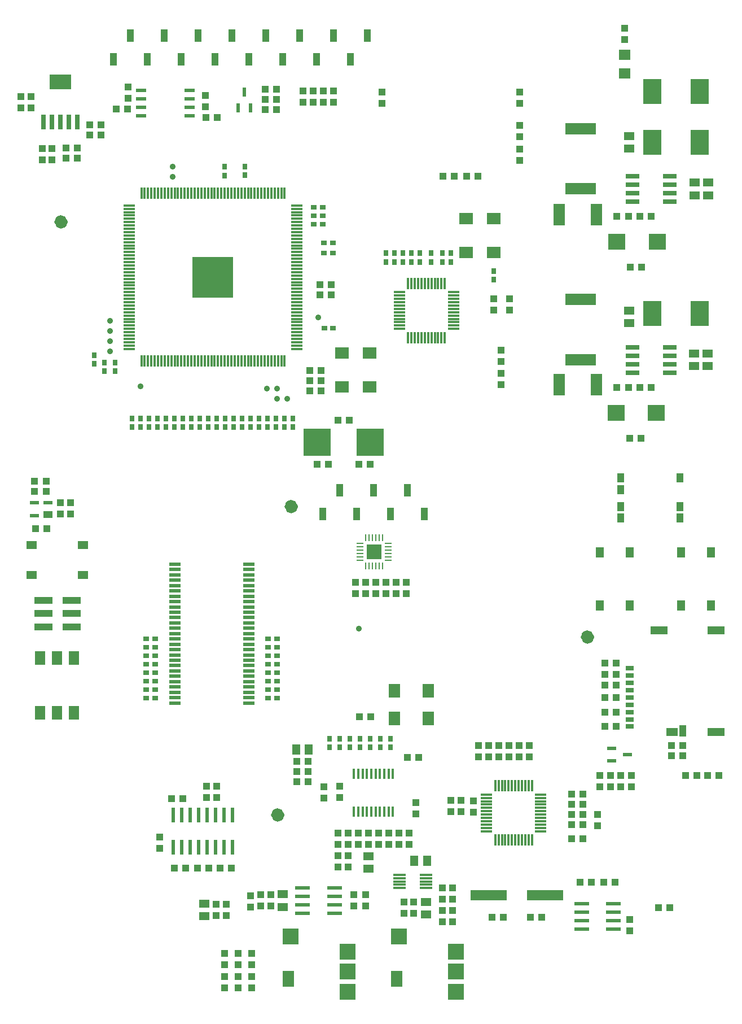
<source format=gtp>
%FSLAX42Y42*%
%MOMM*%
G71*
G01*
G75*
G04 Layer_Color=8421504*
%ADD10C,1.00*%
%ADD11C,0.25*%
%ADD12R,1.00X1.10*%
%ADD13R,0.60X2.20*%
%ADD14R,1.10X1.00*%
%ADD15C,0.90*%
%ADD16R,2.00X1.80*%
%ADD17R,4.10X4.10*%
%ADD18R,1.55X1.30*%
%ADD19R,1.50X2.15*%
%ADD20R,2.30X2.30*%
%ADD21R,0.25X1.00*%
%ADD22R,1.00X0.25*%
%ADD23R,2.20X0.60*%
%ADD24R,0.30X1.75*%
%ADD25R,1.75X0.30*%
%ADD26R,6.20X6.20*%
%ADD27R,1.35X0.60*%
%ADD28R,1.35X1.00*%
%ADD29R,1.40X0.60*%
%ADD30R,1.50X0.60*%
%ADD31R,1.85X0.35*%
%ADD32R,0.35X1.55*%
%ADD33R,1.80X0.30*%
%ADD34R,0.30X1.80*%
%ADD35R,2.03X0.66*%
%ADD36R,2.75X1.00*%
%ADD37R,1.02X1.91*%
%ADD38R,2.45X2.40*%
%ADD39R,1.80X2.40*%
%ADD40R,1.70X0.50*%
%ADD41R,2.79X3.81*%
%ADD42R,4.60X1.80*%
%ADD43R,1.80X1.60*%
%ADD44R,2.55X2.45*%
%ADD45R,1.50X1.30*%
%ADD46R,1.80X3.20*%
%ADD47R,3.30X2.20*%
%ADD48R,0.65X2.20*%
%ADD49R,5.50X1.50*%
%ADD50R,1.80X2.00*%
%ADD51R,1.30X1.50*%
%ADD52R,0.70X0.90*%
%ADD53R,0.90X0.70*%
%ADD54R,1.00X1.40*%
%ADD55R,1.30X1.55*%
%ADD56R,0.60X1.40*%
%ADD57R,2.50X1.30*%
%ADD58R,1.00X1.70*%
%ADD59R,1.70X1.30*%
%ADD60R,1.20X0.80*%
%ADD61C,0.51*%
%ADD62C,0.64*%
%ADD63C,1.02*%
%ADD64C,2.50*%
%ADD65R,2.50X2.50*%
%ADD66C,3.30*%
%ADD67C,1.80*%
%ADD68R,1.80X1.80*%
%ADD69R,4.00X2.00*%
%ADD70R,2.00X4.00*%
%ADD71R,4.50X2.00*%
%ADD72C,3.50*%
%ADD73C,1.60*%
%ADD74C,1.90*%
%ADD75C,1.40*%
%ADD76C,2.40*%
%ADD77C,1.52*%
%ADD78C,0.60*%
%ADD79C,0.66*%
%ADD80C,4.00*%
%ADD81C,0.76*%
%ADD82C,2.52*%
%ADD83C,4.32*%
%ADD84C,2.12*%
%ADD85O,4.52X2.02*%
%ADD86C,2.02*%
%ADD87C,2.92*%
%ADD88C,2.42*%
%ADD89C,1.92*%
%ADD90C,1.32*%
%ADD91C,1.82*%
%ADD92C,3.52*%
%ADD93C,3.32*%
%ADD94O,4.02X2.02*%
%ADD95O,2.02X4.02*%
%ADD96C,2.73*%
%ADD97C,1.35*%
%ADD98R,1.80X1.25*%
%ADD99C,0.10*%
%ADD100C,0.25*%
%ADD101C,0.20*%
%ADD102C,0.60*%
%ADD103C,0.13*%
%ADD104C,0.03*%
%ADD105C,0.10*%
%ADD106C,0.55*%
%ADD107C,0.15*%
%ADD108R,1.42X0.36*%
%ADD109R,0.36X1.42*%
%ADD110R,2.51X8.92*%
D10*
X863Y11836D02*
G03*
X863Y11836I-50J0D01*
G01*
X4114Y2946D02*
G03*
X4114Y2946I-50J0D01*
G01*
X8762Y5613D02*
G03*
X8762Y5613I-50J0D01*
G01*
X4317Y7569D02*
G03*
X4317Y7569I-50J0D01*
G01*
D12*
X3670Y869D02*
D03*
Y699D02*
D03*
X3467Y869D02*
D03*
Y699D02*
D03*
X3264Y869D02*
D03*
Y699D02*
D03*
Y526D02*
D03*
Y356D02*
D03*
X3467Y526D02*
D03*
Y356D02*
D03*
X3670Y526D02*
D03*
Y356D02*
D03*
X7544Y10513D02*
D03*
Y10683D02*
D03*
X2995Y3379D02*
D03*
X3147D02*
D03*
X7696Y13284D02*
D03*
Y13114D02*
D03*
Y12758D02*
D03*
Y12928D02*
D03*
X7419Y9400D02*
D03*
Y9570D02*
D03*
Y9913D02*
D03*
Y9743D02*
D03*
X7696Y13611D02*
D03*
X5634Y13616D02*
D03*
X7309Y10683D02*
D03*
Y10513D02*
D03*
X3147Y3209D02*
D03*
X2995D02*
D03*
X2296Y2617D02*
D03*
Y2447D02*
D03*
X9368Y3367D02*
D03*
Y3537D02*
D03*
X8898D02*
D03*
Y3367D02*
D03*
X9215Y3537D02*
D03*
Y3367D02*
D03*
X9063Y3537D02*
D03*
Y3367D02*
D03*
X2980Y13734D02*
D03*
Y13564D02*
D03*
X1816Y13691D02*
D03*
Y13861D02*
D03*
X4903Y13801D02*
D03*
Y13631D02*
D03*
X4445Y13801D02*
D03*
Y13631D02*
D03*
X4598Y13631D02*
D03*
Y13801D02*
D03*
X4750Y13631D02*
D03*
Y13801D02*
D03*
X5385Y6265D02*
D03*
Y6435D02*
D03*
X5537Y6265D02*
D03*
Y6435D02*
D03*
X5690Y6265D02*
D03*
Y6435D02*
D03*
X5842Y6265D02*
D03*
Y6435D02*
D03*
X5232Y6265D02*
D03*
Y6435D02*
D03*
X960Y7626D02*
D03*
Y7456D02*
D03*
X808Y7626D02*
D03*
Y7456D02*
D03*
X9271Y14571D02*
D03*
Y14741D02*
D03*
X681Y12940D02*
D03*
Y12770D02*
D03*
X366Y13717D02*
D03*
Y13547D02*
D03*
X213Y13717D02*
D03*
Y13547D02*
D03*
X529Y12940D02*
D03*
Y12770D02*
D03*
X8865Y2952D02*
D03*
Y2782D02*
D03*
X7839Y3819D02*
D03*
Y3989D02*
D03*
X7686Y3819D02*
D03*
Y3989D02*
D03*
X7534Y3819D02*
D03*
Y3989D02*
D03*
X7381Y3819D02*
D03*
Y3989D02*
D03*
X7229Y3819D02*
D03*
Y3989D02*
D03*
X7076Y3819D02*
D03*
Y3989D02*
D03*
X9346Y1209D02*
D03*
Y1379D02*
D03*
X6998Y2991D02*
D03*
Y3161D02*
D03*
X6813Y2996D02*
D03*
Y3166D02*
D03*
X6660Y2996D02*
D03*
Y3166D02*
D03*
X5207Y1579D02*
D03*
Y1749D02*
D03*
X5118Y2506D02*
D03*
Y2676D02*
D03*
Y2163D02*
D03*
Y2333D02*
D03*
X4966Y2506D02*
D03*
Y2676D02*
D03*
Y2163D02*
D03*
Y2333D02*
D03*
X3137Y1609D02*
D03*
Y1439D02*
D03*
X3289Y1609D02*
D03*
Y1439D02*
D03*
X3658Y1736D02*
D03*
Y1566D02*
D03*
X3962Y1579D02*
D03*
Y1749D02*
D03*
X3810Y1579D02*
D03*
Y1749D02*
D03*
X5271Y2506D02*
D03*
Y2676D02*
D03*
X6689Y1687D02*
D03*
Y1857D02*
D03*
X5423Y2506D02*
D03*
Y2676D02*
D03*
X6537Y1687D02*
D03*
Y1857D02*
D03*
Y1344D02*
D03*
Y1514D02*
D03*
X6689Y1514D02*
D03*
Y1344D02*
D03*
X5575Y2506D02*
D03*
Y2676D02*
D03*
X6033D02*
D03*
Y2506D02*
D03*
X5880Y2676D02*
D03*
Y2506D02*
D03*
X5728Y2676D02*
D03*
Y2506D02*
D03*
X6108Y1638D02*
D03*
Y1468D02*
D03*
X5956Y1638D02*
D03*
Y1468D02*
D03*
X4757Y3372D02*
D03*
Y3202D02*
D03*
X6134Y3133D02*
D03*
Y2963D02*
D03*
X5994Y6435D02*
D03*
Y6265D02*
D03*
X7696Y13781D02*
D03*
X5634Y13786D02*
D03*
X4991Y3374D02*
D03*
Y3204D02*
D03*
X5385Y1749D02*
D03*
Y1579D02*
D03*
D13*
X2753Y2943D02*
D03*
X2880D02*
D03*
X2499Y2463D02*
D03*
X2626D02*
D03*
X2753D02*
D03*
X2880D02*
D03*
X3007D02*
D03*
X3134D02*
D03*
X3261D02*
D03*
X3388D02*
D03*
X2499Y2943D02*
D03*
X2626D02*
D03*
X3007D02*
D03*
X3134D02*
D03*
X3261D02*
D03*
X3388D02*
D03*
D14*
X7068Y12517D02*
D03*
X6898D02*
D03*
X6542D02*
D03*
X6712D02*
D03*
X9948Y1560D02*
D03*
X9778D02*
D03*
X2475Y3192D02*
D03*
X2645D02*
D03*
X2859Y2151D02*
D03*
X3029D02*
D03*
X2516D02*
D03*
X2686D02*
D03*
X3202D02*
D03*
X3372D02*
D03*
X10181Y3537D02*
D03*
X10350D02*
D03*
X10682D02*
D03*
X10512D02*
D03*
X1642Y13526D02*
D03*
X1812D02*
D03*
X3158Y13399D02*
D03*
X2988D02*
D03*
X4698Y10894D02*
D03*
X4868D02*
D03*
X4868Y10742D02*
D03*
X4698D02*
D03*
X588Y7795D02*
D03*
X418D02*
D03*
X4542Y9608D02*
D03*
X4712D02*
D03*
X4967Y8862D02*
D03*
X5137D02*
D03*
X4712Y9303D02*
D03*
X4542D02*
D03*
X4712Y9455D02*
D03*
X4542D02*
D03*
X588Y7948D02*
D03*
X418D02*
D03*
X4652Y8202D02*
D03*
X4822D02*
D03*
X5452D02*
D03*
X5282D02*
D03*
X431Y7236D02*
D03*
X601D02*
D03*
X9669Y11923D02*
D03*
X9499D02*
D03*
X9527Y11161D02*
D03*
X9357D02*
D03*
X9326Y11923D02*
D03*
X9156D02*
D03*
X9669Y9357D02*
D03*
X9499D02*
D03*
X9514Y8595D02*
D03*
X9344D02*
D03*
X9326Y9357D02*
D03*
X9156D02*
D03*
X889Y12789D02*
D03*
X1059D02*
D03*
X1414Y13294D02*
D03*
X1244D02*
D03*
X1244Y13142D02*
D03*
X1414D02*
D03*
X1059Y12941D02*
D03*
X889D02*
D03*
X8647Y2952D02*
D03*
X8477D02*
D03*
X8647Y3104D02*
D03*
X8477D02*
D03*
X8602Y1938D02*
D03*
X8772D02*
D03*
X8957D02*
D03*
X9127D02*
D03*
X8647Y2586D02*
D03*
X8477D02*
D03*
X8028Y1415D02*
D03*
X7858D02*
D03*
X7279D02*
D03*
X7449D02*
D03*
X8647Y3257D02*
D03*
X8477D02*
D03*
X8477Y2799D02*
D03*
X8647D02*
D03*
X6181Y3810D02*
D03*
X6011D02*
D03*
X5457Y4417D02*
D03*
X5287D02*
D03*
X4351Y3442D02*
D03*
X4521D02*
D03*
X4351Y3747D02*
D03*
X4521D02*
D03*
X4351Y3594D02*
D03*
X4521D02*
D03*
X8970Y5220D02*
D03*
X9140D02*
D03*
X4047Y13825D02*
D03*
X3877D02*
D03*
X4047Y13520D02*
D03*
X3877D02*
D03*
X4047Y13672D02*
D03*
X3877D02*
D03*
X8970Y5055D02*
D03*
X9140D02*
D03*
X9975Y3988D02*
D03*
X10145D02*
D03*
Y3835D02*
D03*
X9975D02*
D03*
X9140Y4890D02*
D03*
X8970D02*
D03*
X9140Y4705D02*
D03*
X8970D02*
D03*
X9140Y4485D02*
D03*
X8970D02*
D03*
X9140Y4275D02*
D03*
X8970D02*
D03*
D15*
X2489Y12662D02*
D03*
Y12510D02*
D03*
X4674Y10401D02*
D03*
X4051Y9335D02*
D03*
Y9182D02*
D03*
X4204D02*
D03*
X3899Y9335D02*
D03*
X1550Y10356D02*
D03*
Y10203D02*
D03*
Y10051D02*
D03*
Y9899D02*
D03*
X2007Y9373D02*
D03*
X5283Y5740D02*
D03*
D16*
X6889Y11882D02*
D03*
Y11374D02*
D03*
X7309D02*
D03*
Y11882D02*
D03*
X5447Y9362D02*
D03*
Y9870D02*
D03*
X5027D02*
D03*
Y9362D02*
D03*
D17*
X5452Y8532D02*
D03*
X4652D02*
D03*
D18*
X376Y6995D02*
D03*
X1146Y6993D02*
D03*
Y6545D02*
D03*
X376D02*
D03*
D19*
X1011Y4476D02*
D03*
X757D02*
D03*
X503D02*
D03*
Y5301D02*
D03*
X757D02*
D03*
X1011D02*
D03*
D20*
X5512Y6891D02*
D03*
D21*
X5637Y6675D02*
D03*
X5587D02*
D03*
X5487D02*
D03*
X5387D02*
D03*
Y7106D02*
D03*
X5437D02*
D03*
X5487D02*
D03*
X5537D02*
D03*
X5587D02*
D03*
X5637D02*
D03*
X5437Y6675D02*
D03*
X5537D02*
D03*
D22*
X5296Y6816D02*
D03*
Y6866D02*
D03*
Y6916D02*
D03*
Y6966D02*
D03*
Y7016D02*
D03*
X5727D02*
D03*
Y6966D02*
D03*
Y6916D02*
D03*
Y6866D02*
D03*
Y6816D02*
D03*
Y6766D02*
D03*
X5296D02*
D03*
D23*
X9104Y1231D02*
D03*
Y1358D02*
D03*
Y1485D02*
D03*
Y1612D02*
D03*
X8624Y1231D02*
D03*
Y1358D02*
D03*
Y1485D02*
D03*
Y1612D02*
D03*
X4435Y1854D02*
D03*
Y1727D02*
D03*
Y1600D02*
D03*
Y1473D02*
D03*
X4915Y1854D02*
D03*
Y1727D02*
D03*
Y1600D02*
D03*
Y1473D02*
D03*
D24*
X4169Y12266D02*
D03*
X4119D02*
D03*
X4069D02*
D03*
X4019D02*
D03*
X3919D02*
D03*
X3869D02*
D03*
X3819D02*
D03*
X3769D02*
D03*
X3719D02*
D03*
X3669D02*
D03*
X3619D02*
D03*
X3569D02*
D03*
X3519D02*
D03*
X3469D02*
D03*
X3419D02*
D03*
X3369D02*
D03*
X3319D02*
D03*
X3269D02*
D03*
X3219D02*
D03*
X3169D02*
D03*
X3119D02*
D03*
X3069D02*
D03*
X3019D02*
D03*
X2969D02*
D03*
X2919D02*
D03*
X2869D02*
D03*
X2819D02*
D03*
X2769D02*
D03*
X2719D02*
D03*
X2669D02*
D03*
X2619D02*
D03*
X2569D02*
D03*
X2519D02*
D03*
X2469D02*
D03*
X2419D02*
D03*
X2369D02*
D03*
X2319D02*
D03*
X2269D02*
D03*
X2219D02*
D03*
X2169D02*
D03*
X2119D02*
D03*
X2069D02*
D03*
X2019D02*
D03*
Y9751D02*
D03*
X2069D02*
D03*
X2119D02*
D03*
X2219D02*
D03*
X2269D02*
D03*
X2319D02*
D03*
X2369D02*
D03*
X2419D02*
D03*
X2469D02*
D03*
X2519D02*
D03*
X2569D02*
D03*
X2619D02*
D03*
X2669D02*
D03*
X2719D02*
D03*
X2769D02*
D03*
X2819D02*
D03*
X2869D02*
D03*
X2919D02*
D03*
X2969D02*
D03*
X3019D02*
D03*
X3069D02*
D03*
X3119D02*
D03*
X3169D02*
D03*
X3219D02*
D03*
X3269D02*
D03*
X3319D02*
D03*
X3369D02*
D03*
X3419D02*
D03*
X3469D02*
D03*
X3519D02*
D03*
X3569D02*
D03*
X3619D02*
D03*
X3669D02*
D03*
X3719D02*
D03*
X3769D02*
D03*
X3819D02*
D03*
X3869D02*
D03*
X3919D02*
D03*
X3969D02*
D03*
X4019D02*
D03*
X4069D02*
D03*
X4119D02*
D03*
X4169D02*
D03*
X2169D02*
D03*
X3969Y12266D02*
D03*
D25*
X1836Y12083D02*
D03*
Y12033D02*
D03*
Y11983D02*
D03*
Y11933D02*
D03*
Y11883D02*
D03*
Y11833D02*
D03*
Y11783D02*
D03*
Y11733D02*
D03*
Y11683D02*
D03*
Y11633D02*
D03*
Y11583D02*
D03*
Y11533D02*
D03*
Y11483D02*
D03*
Y11433D02*
D03*
Y11383D02*
D03*
Y11333D02*
D03*
Y11283D02*
D03*
Y11233D02*
D03*
Y11183D02*
D03*
Y11133D02*
D03*
Y11083D02*
D03*
Y11033D02*
D03*
Y10983D02*
D03*
Y10933D02*
D03*
Y10883D02*
D03*
Y10833D02*
D03*
Y10783D02*
D03*
Y10733D02*
D03*
Y10683D02*
D03*
Y10633D02*
D03*
Y10583D02*
D03*
Y10533D02*
D03*
Y10483D02*
D03*
Y10433D02*
D03*
Y10383D02*
D03*
Y10233D02*
D03*
Y10183D02*
D03*
Y10033D02*
D03*
Y9983D02*
D03*
Y9933D02*
D03*
X4351D02*
D03*
Y9983D02*
D03*
Y10033D02*
D03*
Y10083D02*
D03*
Y10133D02*
D03*
Y10183D02*
D03*
Y10233D02*
D03*
Y10283D02*
D03*
Y10333D02*
D03*
Y10383D02*
D03*
Y10433D02*
D03*
Y10483D02*
D03*
Y10533D02*
D03*
Y10583D02*
D03*
Y10633D02*
D03*
Y10683D02*
D03*
Y10733D02*
D03*
Y10783D02*
D03*
Y10833D02*
D03*
Y10883D02*
D03*
Y10933D02*
D03*
Y10983D02*
D03*
Y11033D02*
D03*
Y11083D02*
D03*
Y11133D02*
D03*
Y11183D02*
D03*
Y11233D02*
D03*
Y11283D02*
D03*
Y11333D02*
D03*
Y11383D02*
D03*
Y11433D02*
D03*
Y11483D02*
D03*
Y11533D02*
D03*
Y11583D02*
D03*
Y11633D02*
D03*
Y11683D02*
D03*
Y11733D02*
D03*
Y11783D02*
D03*
Y11833D02*
D03*
Y11883D02*
D03*
Y11933D02*
D03*
Y11983D02*
D03*
Y12033D02*
D03*
Y12083D02*
D03*
X1836Y10333D02*
D03*
Y10283D02*
D03*
Y10133D02*
D03*
Y10083D02*
D03*
D26*
X3094Y11008D02*
D03*
D27*
X412Y7432D02*
D03*
Y7624D02*
D03*
X618D02*
D03*
D28*
Y7452D02*
D03*
D29*
X9316Y3852D02*
D03*
X9076Y3757D02*
D03*
Y3947D02*
D03*
D30*
X2011Y13806D02*
D03*
Y13679D02*
D03*
Y13552D02*
D03*
Y13425D02*
D03*
X2746Y13806D02*
D03*
Y13679D02*
D03*
Y13552D02*
D03*
Y13425D02*
D03*
D31*
X5892Y2050D02*
D03*
Y2000D02*
D03*
Y1950D02*
D03*
Y1900D02*
D03*
Y1850D02*
D03*
X6292Y2050D02*
D03*
Y2000D02*
D03*
Y1950D02*
D03*
Y1900D02*
D03*
Y1850D02*
D03*
D32*
X5208Y2997D02*
D03*
X5272D02*
D03*
X5338D02*
D03*
X5403D02*
D03*
X5467D02*
D03*
X5533D02*
D03*
X5597D02*
D03*
X5662D02*
D03*
X5728D02*
D03*
X5792D02*
D03*
X5208Y3567D02*
D03*
X5272D02*
D03*
X5338D02*
D03*
X5403D02*
D03*
X5467D02*
D03*
X5533D02*
D03*
X5597D02*
D03*
X5662D02*
D03*
X5728D02*
D03*
X5792D02*
D03*
D33*
X8009Y2702D02*
D03*
Y2752D02*
D03*
Y2802D02*
D03*
Y2852D02*
D03*
Y2902D02*
D03*
Y2952D02*
D03*
Y3002D02*
D03*
Y3052D02*
D03*
Y3102D02*
D03*
Y3152D02*
D03*
Y3202D02*
D03*
Y3252D02*
D03*
X7199D02*
D03*
Y3202D02*
D03*
Y3152D02*
D03*
Y3102D02*
D03*
Y3052D02*
D03*
Y3002D02*
D03*
Y2952D02*
D03*
Y2902D02*
D03*
Y2852D02*
D03*
Y2802D02*
D03*
Y2752D02*
D03*
Y2702D02*
D03*
X5892Y10783D02*
D03*
Y10733D02*
D03*
Y10683D02*
D03*
Y10633D02*
D03*
Y10583D02*
D03*
Y10533D02*
D03*
Y10483D02*
D03*
Y10433D02*
D03*
Y10383D02*
D03*
Y10333D02*
D03*
Y10283D02*
D03*
Y10233D02*
D03*
X6702D02*
D03*
Y10283D02*
D03*
Y10333D02*
D03*
Y10383D02*
D03*
Y10433D02*
D03*
Y10483D02*
D03*
Y10533D02*
D03*
Y10583D02*
D03*
Y10633D02*
D03*
Y10683D02*
D03*
Y10733D02*
D03*
Y10783D02*
D03*
D34*
X7879Y3382D02*
D03*
X7829D02*
D03*
X7779D02*
D03*
X7729D02*
D03*
X7679D02*
D03*
X7629D02*
D03*
X7579D02*
D03*
X7529D02*
D03*
X7479D02*
D03*
X7429D02*
D03*
X7379D02*
D03*
X7329D02*
D03*
Y2572D02*
D03*
X7379D02*
D03*
X7429D02*
D03*
X7479D02*
D03*
X7529D02*
D03*
X7579D02*
D03*
X7629D02*
D03*
X7679D02*
D03*
X7729D02*
D03*
X7779D02*
D03*
X7829D02*
D03*
X7879D02*
D03*
X6022Y10103D02*
D03*
X6072D02*
D03*
X6122D02*
D03*
X6172D02*
D03*
X6222D02*
D03*
X6272D02*
D03*
X6322D02*
D03*
X6372D02*
D03*
X6422D02*
D03*
X6472D02*
D03*
X6522D02*
D03*
X6572D02*
D03*
Y10913D02*
D03*
X6522D02*
D03*
X6472D02*
D03*
X6422D02*
D03*
X6372D02*
D03*
X6322D02*
D03*
X6272D02*
D03*
X6222D02*
D03*
X6172D02*
D03*
X6122D02*
D03*
X6072D02*
D03*
X6022D02*
D03*
D35*
X9393Y9954D02*
D03*
Y9827D02*
D03*
Y9700D02*
D03*
Y9573D02*
D03*
X9952Y9954D02*
D03*
Y9827D02*
D03*
Y9700D02*
D03*
Y9573D02*
D03*
X9393Y12520D02*
D03*
Y12393D02*
D03*
Y12266D02*
D03*
Y12139D02*
D03*
X9952Y12520D02*
D03*
Y12393D02*
D03*
Y12266D02*
D03*
Y12139D02*
D03*
D36*
X548Y6166D02*
D03*
Y5966D02*
D03*
Y5766D02*
D03*
X973Y6166D02*
D03*
Y5966D02*
D03*
Y5766D02*
D03*
D37*
X5156Y14272D02*
D03*
X5410Y14628D02*
D03*
X4648Y14272D02*
D03*
X4902Y14628D02*
D03*
X4140Y14272D02*
D03*
X4394Y14628D02*
D03*
X3632Y14272D02*
D03*
X3886Y14628D02*
D03*
X3124Y14272D02*
D03*
X3378Y14628D02*
D03*
X2616Y14272D02*
D03*
X2870Y14628D02*
D03*
X2362D02*
D03*
X1854D02*
D03*
X2108Y14272D02*
D03*
X1600D02*
D03*
X6262Y7460D02*
D03*
X5754D02*
D03*
X6008Y7816D02*
D03*
X5500D02*
D03*
X4992D02*
D03*
X5246Y7460D02*
D03*
X4738D02*
D03*
D38*
X5115Y898D02*
D03*
Y598D02*
D03*
X4260Y1128D02*
D03*
X5115Y298D02*
D03*
X6740Y898D02*
D03*
Y598D02*
D03*
X5885Y1128D02*
D03*
X6740Y298D02*
D03*
D39*
X4228Y488D02*
D03*
X5853D02*
D03*
D40*
X2523Y6705D02*
D03*
Y6625D02*
D03*
Y6545D02*
D03*
Y6465D02*
D03*
Y6385D02*
D03*
Y6305D02*
D03*
Y6225D02*
D03*
Y6145D02*
D03*
Y6065D02*
D03*
Y5985D02*
D03*
Y5905D02*
D03*
Y5825D02*
D03*
Y5745D02*
D03*
Y5665D02*
D03*
Y5585D02*
D03*
Y5505D02*
D03*
Y5425D02*
D03*
Y5345D02*
D03*
Y5265D02*
D03*
Y5185D02*
D03*
Y5105D02*
D03*
Y5025D02*
D03*
Y4945D02*
D03*
Y4865D02*
D03*
Y4785D02*
D03*
Y4705D02*
D03*
Y4625D02*
D03*
X3628Y6705D02*
D03*
Y6625D02*
D03*
Y6545D02*
D03*
Y6465D02*
D03*
Y6385D02*
D03*
Y6305D02*
D03*
Y6225D02*
D03*
Y6145D02*
D03*
Y6065D02*
D03*
Y5985D02*
D03*
Y5905D02*
D03*
Y5825D02*
D03*
Y5745D02*
D03*
Y5665D02*
D03*
Y5585D02*
D03*
Y5505D02*
D03*
Y5425D02*
D03*
Y5345D02*
D03*
Y5265D02*
D03*
Y5185D02*
D03*
Y5105D02*
D03*
Y5025D02*
D03*
Y4945D02*
D03*
Y4865D02*
D03*
Y4785D02*
D03*
Y4705D02*
D03*
Y4625D02*
D03*
D41*
X10399Y13028D02*
D03*
X9685D02*
D03*
X10399Y13790D02*
D03*
X9685D02*
D03*
X10399Y10462D02*
D03*
X9685D02*
D03*
D42*
X8606Y12336D02*
D03*
Y13236D02*
D03*
Y9771D02*
D03*
Y10671D02*
D03*
D43*
X9271Y14339D02*
D03*
Y14059D02*
D03*
D44*
X9154Y11542D02*
D03*
X9759D02*
D03*
X9142Y8976D02*
D03*
X9746D02*
D03*
D45*
X10320Y12234D02*
D03*
Y12424D02*
D03*
X10524Y12234D02*
D03*
Y12424D02*
D03*
X9342Y12933D02*
D03*
Y13123D02*
D03*
X10308Y9675D02*
D03*
Y9865D02*
D03*
X10514Y9675D02*
D03*
Y9865D02*
D03*
X9342Y10316D02*
D03*
Y10506D02*
D03*
X2959Y1619D02*
D03*
Y1429D02*
D03*
X4140Y1569D02*
D03*
Y1759D02*
D03*
X5423Y2140D02*
D03*
Y2330D02*
D03*
X6287Y1644D02*
D03*
Y1454D02*
D03*
D46*
X8288Y11948D02*
D03*
X8848D02*
D03*
X8288Y9395D02*
D03*
X8848D02*
D03*
D47*
X808Y13935D02*
D03*
D48*
X1062Y13335D02*
D03*
X935D02*
D03*
X808D02*
D03*
X681D02*
D03*
X554D02*
D03*
D49*
X8076Y1745D02*
D03*
X7226D02*
D03*
D50*
X5812Y4810D02*
D03*
Y4390D02*
D03*
X6320Y4810D02*
D03*
Y4390D02*
D03*
D51*
X6116Y2257D02*
D03*
X6306D02*
D03*
X4341Y3924D02*
D03*
X4531D02*
D03*
D52*
X3145Y8889D02*
D03*
Y8759D02*
D03*
X3018Y8889D02*
D03*
Y8759D02*
D03*
X2891Y8889D02*
D03*
Y8759D02*
D03*
X2764Y8889D02*
D03*
Y8759D02*
D03*
X2637Y8889D02*
D03*
Y8759D02*
D03*
X2510Y8889D02*
D03*
Y8759D02*
D03*
X2383Y8889D02*
D03*
Y8759D02*
D03*
X2256Y8889D02*
D03*
Y8759D02*
D03*
X2129Y8889D02*
D03*
Y8759D02*
D03*
X2002Y8889D02*
D03*
Y8759D02*
D03*
X1875Y8889D02*
D03*
Y8759D02*
D03*
X1621Y9727D02*
D03*
Y9597D02*
D03*
X1468Y9727D02*
D03*
Y9597D02*
D03*
X1316Y9841D02*
D03*
Y9711D02*
D03*
X4161Y8889D02*
D03*
Y8759D02*
D03*
X3272Y8759D02*
D03*
Y8889D02*
D03*
X3653Y8889D02*
D03*
Y8759D02*
D03*
X3399Y8759D02*
D03*
Y8889D02*
D03*
X3526Y8889D02*
D03*
Y8759D02*
D03*
X3780Y8889D02*
D03*
Y8759D02*
D03*
X3907Y8889D02*
D03*
Y8759D02*
D03*
X4034Y8889D02*
D03*
Y8759D02*
D03*
X4288Y8759D02*
D03*
Y8889D02*
D03*
X5685Y11238D02*
D03*
Y11368D02*
D03*
X3269Y12661D02*
D03*
Y12531D02*
D03*
X3569Y12665D02*
D03*
Y12535D02*
D03*
X6662Y11238D02*
D03*
Y11368D02*
D03*
X6535Y11238D02*
D03*
Y11368D02*
D03*
X6370Y11238D02*
D03*
Y11368D02*
D03*
X6193Y11238D02*
D03*
Y11368D02*
D03*
X6066Y11238D02*
D03*
Y11368D02*
D03*
X5939Y11238D02*
D03*
Y11368D02*
D03*
X5812Y11238D02*
D03*
Y11368D02*
D03*
X7309Y10971D02*
D03*
Y11101D02*
D03*
X5144Y3961D02*
D03*
Y4091D02*
D03*
X5601Y3961D02*
D03*
Y4091D02*
D03*
X5296Y3961D02*
D03*
Y4091D02*
D03*
X5448Y3961D02*
D03*
Y4091D02*
D03*
X4991Y3961D02*
D03*
Y4091D02*
D03*
X4839Y3961D02*
D03*
Y4091D02*
D03*
X5753Y3961D02*
D03*
Y4091D02*
D03*
D53*
X3923Y4699D02*
D03*
X4053D02*
D03*
X3923Y4826D02*
D03*
X4053D02*
D03*
X3923Y4953D02*
D03*
X4053D02*
D03*
X3923Y5080D02*
D03*
X4053D02*
D03*
X3923Y5207D02*
D03*
X4053D02*
D03*
X3923Y5334D02*
D03*
X4053D02*
D03*
X3923Y5461D02*
D03*
X4053D02*
D03*
X3923Y5588D02*
D03*
X4053D02*
D03*
X2224D02*
D03*
X2094D02*
D03*
X2224Y5461D02*
D03*
X2094D02*
D03*
X2224Y5334D02*
D03*
X2094D02*
D03*
X2224Y5207D02*
D03*
X2094D02*
D03*
X2224Y5080D02*
D03*
X2094D02*
D03*
X2224Y4953D02*
D03*
X2094D02*
D03*
X2224Y4826D02*
D03*
X2094D02*
D03*
X2224Y4699D02*
D03*
X2094D02*
D03*
X4767Y10244D02*
D03*
X4897D02*
D03*
X4609Y11925D02*
D03*
X4739D02*
D03*
X4609Y11798D02*
D03*
X4739D02*
D03*
X4891Y11367D02*
D03*
X4761D02*
D03*
X4739Y12052D02*
D03*
X4609D02*
D03*
X4891Y11519D02*
D03*
X4761D02*
D03*
D54*
X9207Y7396D02*
D03*
Y7566D02*
D03*
X10097D02*
D03*
Y7396D02*
D03*
Y7996D02*
D03*
X9207D02*
D03*
Y7826D02*
D03*
D55*
X8897Y6883D02*
D03*
Y6088D02*
D03*
X9347D02*
D03*
Y6883D02*
D03*
X10114Y6881D02*
D03*
Y6086D02*
D03*
X10564D02*
D03*
Y6881D02*
D03*
D56*
X3467Y13545D02*
D03*
X3657D02*
D03*
X3562Y13785D02*
D03*
D57*
X10640Y4190D02*
D03*
Y5716D02*
D03*
X9790D02*
D03*
D58*
X10145Y4210D02*
D03*
D59*
X9985Y4190D02*
D03*
D60*
X9350Y4705D02*
D03*
Y4815D02*
D03*
Y4375D02*
D03*
Y4485D02*
D03*
Y4595D02*
D03*
Y4925D02*
D03*
Y5035D02*
D03*
Y5145D02*
D03*
Y4275D02*
D03*
M02*

</source>
